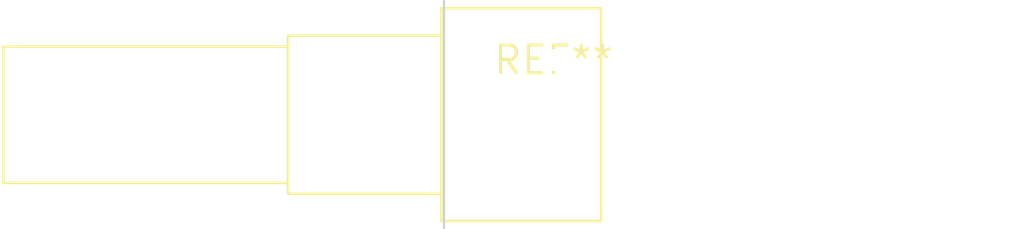
<source format=kicad_pcb>
(kicad_pcb (version 20240108) (generator pcbnew)
  (layers (0 "F.Cu" signal) (31 "B.Cu" signal) (34 "B.Paste" user) (35 "F.Paste" user) (36 "B.SilkS" user "B.Silkscreen") (37 "F.SilkS" user "F.Silkscreen") (38 "B.Mask" user) (39 "F.Mask" user) (44 "Edge.Cuts" user))
  (net 0 "")
  (footprint "Potentiometer_Alps_RK097_Single_Horizontal" (layer "F.Cu") (at 0 0)
    (property "Reference" "REF**")
    (property "Value" "Potentiometer_Alps_RK097_Single_Horizontal")
    (fp_line (start -25.12 5.62) (end -25.12 -0.62) (layer "F.SilkS") (stroke (width 0.12)))
    (fp_line (start -12.12 -0.62) (end -25.12 -0.62) (layer "F.SilkS") (stroke (width 0.12)))
    (fp_line (start -12.12 5.62) (end -25.12 5.62) (layer "F.SilkS") (stroke (width 0.12)))
    (fp_line (start -12.12 6.12) (end -12.12 -1.12) (layer "F.SilkS") (stroke (width 0.12)))
    (fp_line (start -5.12 -1.12) (end -12.12 -1.12) (layer "F.SilkS") (stroke (width 0.12)))
    (fp_line (start -5.12 6.12) (end -12.12 6.12) (layer "F.SilkS") (stroke (width 0.12)))
    (fp_line (start -5.12 7.37) (end -5.12 -2.37) (layer "F.SilkS") (stroke (width 0.12)))
    (fp_line (start 2.175 -2.37) (end -5.12 -2.37) (layer "F.SilkS") (stroke (width 0.12)))
    (fp_line (start 2.175 7.37) (end -5.12 7.37) (layer "F.SilkS") (stroke (width 0.12)))
    (fp_line (start 2.175 7.37) (end 2.175 -2.37) (layer "F.SilkS") (stroke (width 0.12)))
    (fp_line (start -5 -2.7) (end -5 7.7) (layer "Edge.Cuts") (stroke (width 0.1)))
    (pad "1" thru_hole roundrect (at 0 0 180) (size 1.8 1.8) (drill 1) (layers *.Cu *.Mask) (remove_unused_layers))
    (pad "2" thru_hole circle (at 0 2.5 180) (size 1.8 1.8) (drill 1) (layers *.Cu *.Mask) (remove_unused_layers))
    (pad "3" thru_hole circle (at 0 5 180) (size 1.8 1.8) (drill 1) (layers *.Cu *.Mask) (remove_unused_layers))
  )
)
</source>
